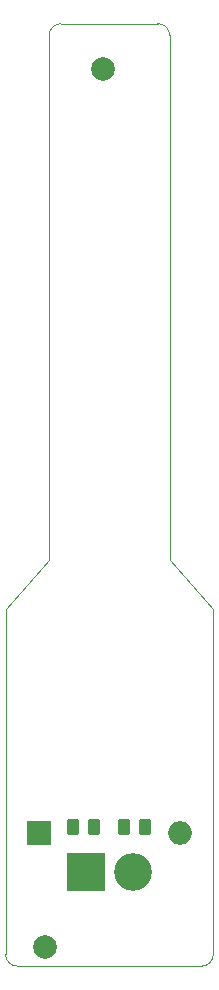
<source format=gbr>
%TF.GenerationSoftware,KiCad,Pcbnew,6.0.2-378541a8eb~116~ubuntu20.04.1*%
%TF.CreationDate,2022-02-19T19:42:59-08:00*%
%TF.ProjectId,menorah555_shamash,6d656e6f-7261-4683-9535-355f7368616d,B*%
%TF.SameCoordinates,Original*%
%TF.FileFunction,Soldermask,Bot*%
%TF.FilePolarity,Negative*%
%FSLAX46Y46*%
G04 Gerber Fmt 4.6, Leading zero omitted, Abs format (unit mm)*
G04 Created by KiCad (PCBNEW 6.0.2-378541a8eb~116~ubuntu20.04.1) date 2022-02-19 19:42:59*
%MOMM*%
%LPD*%
G01*
G04 APERTURE LIST*
G04 Aperture macros list*
%AMRoundRect*
0 Rectangle with rounded corners*
0 $1 Rounding radius*
0 $2 $3 $4 $5 $6 $7 $8 $9 X,Y pos of 4 corners*
0 Add a 4 corners polygon primitive as box body*
4,1,4,$2,$3,$4,$5,$6,$7,$8,$9,$2,$3,0*
0 Add four circle primitives for the rounded corners*
1,1,$1+$1,$2,$3*
1,1,$1+$1,$4,$5*
1,1,$1+$1,$6,$7*
1,1,$1+$1,$8,$9*
0 Add four rect primitives between the rounded corners*
20,1,$1+$1,$2,$3,$4,$5,0*
20,1,$1+$1,$4,$5,$6,$7,0*
20,1,$1+$1,$6,$7,$8,$9,0*
20,1,$1+$1,$8,$9,$2,$3,0*%
G04 Aperture macros list end*
%TA.AperFunction,Profile*%
%ADD10C,0.050000*%
%TD*%
%ADD11R,2.000000X2.000000*%
%ADD12O,2.000000X2.000000*%
%ADD13R,3.200000X3.200000*%
%ADD14O,3.200000X3.200000*%
%ADD15RoundRect,0.250000X0.262500X0.450000X-0.262500X0.450000X-0.262500X-0.450000X0.262500X-0.450000X0*%
%ADD16RoundRect,0.250000X-0.262500X-0.450000X0.262500X-0.450000X0.262500X0.450000X-0.262500X0.450000X0*%
%ADD17C,2.000000*%
G04 APERTURE END LIST*
D10*
X110100000Y-64800000D02*
X118300000Y-64800000D01*
X119300000Y-110200000D02*
X123000000Y-114400000D01*
X109100000Y-110200000D02*
X105400000Y-114400000D01*
X109100000Y-65800000D02*
X109100000Y-110200000D01*
X110100000Y-64800000D02*
G75*
G03*
X109100000Y-65800000I-1J-999999D01*
G01*
X105400000Y-114400000D02*
X105400000Y-143600000D01*
X123000000Y-114400000D02*
X123000000Y-143600000D01*
X119300000Y-65800000D02*
X119300000Y-110200000D01*
X119300000Y-65800000D02*
G75*
G03*
X118300000Y-64800000I-999999J1D01*
G01*
X122000000Y-144600000D02*
G75*
G03*
X123000000Y-143600000I1J999999D01*
G01*
X106400000Y-144600000D02*
X122000000Y-144600000D01*
X105400000Y-143600000D02*
G75*
G03*
X106400000Y-144600000I999999J-1D01*
G01*
D11*
%TO.C,C19*%
X108200000Y-133300000D03*
D12*
X120200000Y-133300000D03*
%TD*%
D13*
%TO.C,J3*%
X112200000Y-136600000D03*
D14*
X116200000Y-136600000D03*
%TD*%
D15*
%TO.C,R30*%
X117225000Y-132800000D03*
X115400000Y-132800000D03*
%TD*%
D16*
%TO.C,R31*%
X111087500Y-132800000D03*
X112912500Y-132800000D03*
%TD*%
D17*
%TO.C,FID3*%
X113640000Y-68660000D03*
%TD*%
%TO.C,FID4*%
X108730000Y-142990000D03*
%TD*%
M02*

</source>
